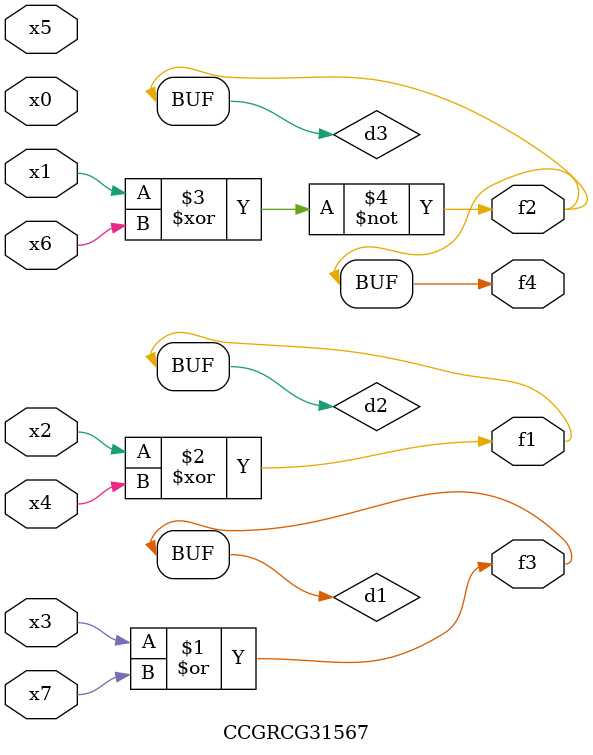
<source format=v>
module CCGRCG31567(
	input x0, x1, x2, x3, x4, x5, x6, x7,
	output f1, f2, f3, f4
);

	wire d1, d2, d3;

	or (d1, x3, x7);
	xor (d2, x2, x4);
	xnor (d3, x1, x6);
	assign f1 = d2;
	assign f2 = d3;
	assign f3 = d1;
	assign f4 = d3;
endmodule

</source>
